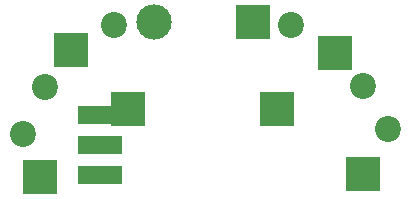
<source format=gbr>
%TF.GenerationSoftware,KiCad,Pcbnew,(6.0.4)*%
%TF.CreationDate,2023-01-17T21:54:18-05:00*%
%TF.ProjectId,Analog bridge,416e616c-6f67-4206-9272-696467652e6b,rev?*%
%TF.SameCoordinates,Original*%
%TF.FileFunction,Soldermask,Top*%
%TF.FilePolarity,Negative*%
%FSLAX46Y46*%
G04 Gerber Fmt 4.6, Leading zero omitted, Abs format (unit mm)*
G04 Created by KiCad (PCBNEW (6.0.4)) date 2023-01-17 21:54:18*
%MOMM*%
%LPD*%
G01*
G04 APERTURE LIST*
%ADD10C,2.200000*%
%ADD11R,3.000000X3.000000*%
%ADD12O,3.000000X3.000000*%
%ADD13R,3.810000X1.524000*%
G04 APERTURE END LIST*
D10*
%TO.C,REF\u002A\u002A*%
X10725000Y-1800000D03*
%TD*%
%TO.C,REF\u002A\u002A*%
X31800000Y-6900000D03*
%TD*%
D11*
%TO.C,REF\u002A\u002A*%
X4500000Y-14600000D03*
%TD*%
D10*
%TO.C,REF\u002A\u002A*%
X25725000Y-1800000D03*
%TD*%
D11*
%TO.C,REF\u002A\u002A*%
X29400000Y-4100000D03*
%TD*%
%TO.C,barreljack1*%
X22500000Y-1500000D03*
D12*
X14100000Y-1500000D03*
%TD*%
D10*
%TO.C,REF\u002A\u002A*%
X33900000Y-10600000D03*
%TD*%
D11*
%TO.C,BUTTON1*%
X24525000Y-8900000D03*
X11925000Y-8900000D03*
%TD*%
D13*
%TO.C,3.3V_POLULO*%
X9570004Y-11940000D03*
X9570004Y-9400000D03*
X9570004Y-14480000D03*
%TD*%
D11*
%TO.C,REF\u002A\u002A*%
X31800000Y-14400000D03*
%TD*%
%TO.C,REF\u002A\u002A*%
X7100000Y-3900000D03*
%TD*%
D10*
%TO.C,REF\u002A\u002A*%
X4900000Y-7000000D03*
%TD*%
%TO.C,REF\u002A\u002A*%
X3000000Y-11000000D03*
%TD*%
M02*

</source>
